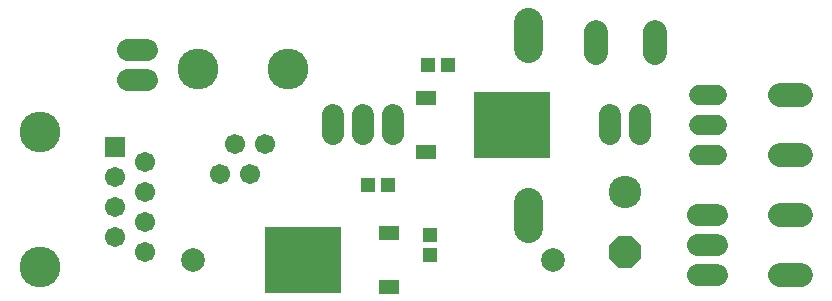
<source format=gbs>
G75*
%MOIN*%
%OFA0B0*%
%FSLAX24Y24*%
%IPPOS*%
%LPD*%
%AMOC8*
5,1,8,0,0,1.08239X$1,22.5*
%
%ADD10C,0.1080*%
%ADD11OC8,0.1080*%
%ADD12R,0.0513X0.0474*%
%ADD13C,0.0670*%
%ADD14C,0.1360*%
%ADD15C,0.0674*%
%ADD16R,0.0674X0.0674*%
%ADD17R,0.2521X0.2206*%
%ADD18R,0.0710X0.0474*%
%ADD19C,0.0790*%
%ADD20C,0.0792*%
%ADD21C,0.0720*%
%ADD22C,0.0965*%
%ADD23C,0.0680*%
D10*
X022704Y004442D03*
D11*
X022704Y002442D03*
D12*
X016204Y002357D03*
X016204Y003027D03*
X014788Y004692D03*
X014119Y004692D03*
X016119Y008692D03*
X016788Y008692D03*
D13*
X010704Y006042D03*
X009704Y006042D03*
X010204Y005042D03*
X009204Y005042D03*
D14*
X003204Y001942D03*
X003204Y006442D03*
X008454Y008542D03*
X011454Y008542D03*
D15*
X006704Y005442D03*
X005704Y004942D03*
X006704Y004442D03*
X005704Y003942D03*
X006704Y003442D03*
X005704Y002942D03*
X006704Y002442D03*
D16*
X005704Y005942D03*
D17*
X011970Y002192D03*
X018938Y006692D03*
D18*
X016064Y007590D03*
X016064Y005794D03*
X014844Y003090D03*
X014844Y001294D03*
D19*
X027849Y001692D02*
X028559Y001692D01*
X028559Y003692D02*
X027849Y003692D01*
X027849Y005692D02*
X028559Y005692D01*
X028559Y007692D02*
X027849Y007692D01*
X023688Y009087D02*
X023688Y009797D01*
X021720Y009797D02*
X021720Y009087D01*
D20*
X020306Y002192D03*
X008298Y002192D03*
D21*
X012954Y006372D02*
X012954Y007012D01*
X013954Y007012D02*
X013954Y006372D01*
X014954Y006372D02*
X014954Y007012D01*
X022204Y007012D02*
X022204Y006372D01*
X023204Y006372D02*
X023204Y007012D01*
X025134Y003692D02*
X025774Y003692D01*
X025774Y002692D02*
X025134Y002692D01*
X025134Y001692D02*
X025774Y001692D01*
X006774Y008192D02*
X006134Y008192D01*
X006134Y009192D02*
X006774Y009192D01*
D22*
X019454Y009249D02*
X019454Y010134D01*
X019454Y004134D02*
X019454Y003249D01*
D23*
X025154Y005692D02*
X025754Y005692D01*
X025754Y006692D02*
X025154Y006692D01*
X025154Y007692D02*
X025754Y007692D01*
M02*

</source>
